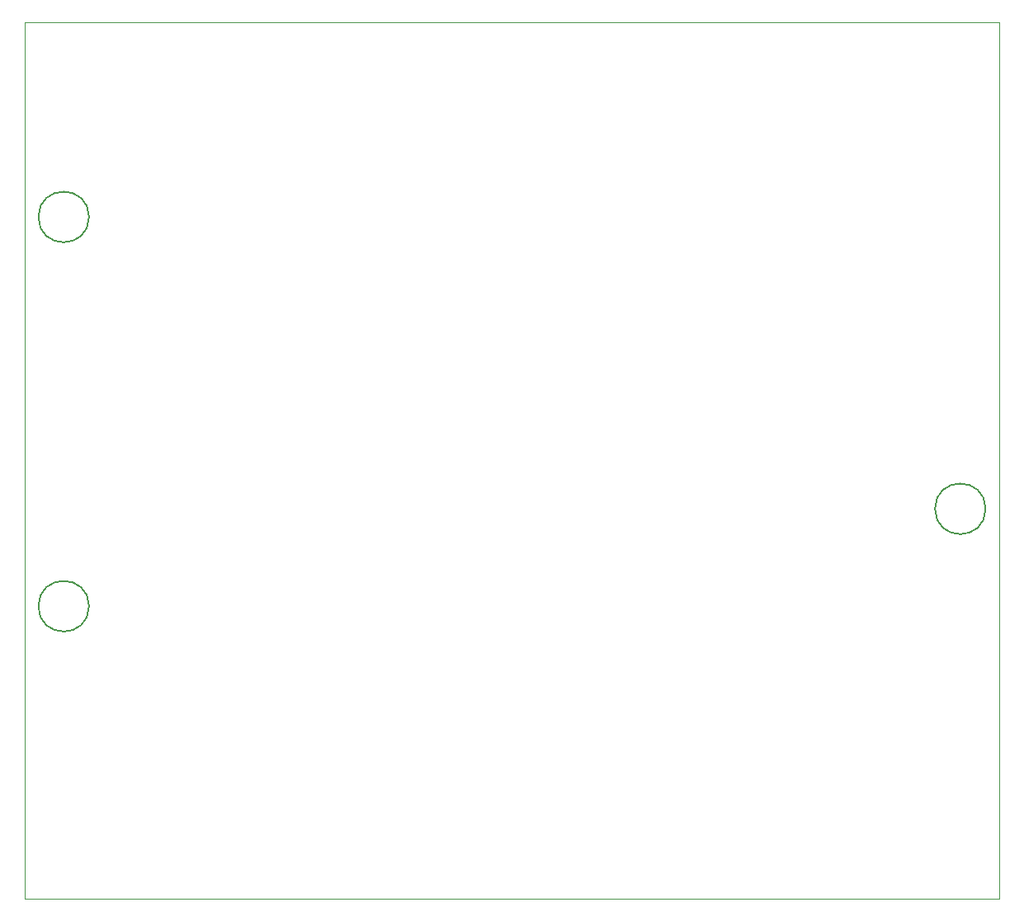
<source format=gbr>
%TF.GenerationSoftware,KiCad,Pcbnew,9.0.3*%
%TF.CreationDate,2025-08-30T18:16:35-03:00*%
%TF.ProjectId,HMI_LVDC-Inverter,484d495f-4c56-4444-932d-496e76657274,rev?*%
%TF.SameCoordinates,Original*%
%TF.FileFunction,Profile,NP*%
%FSLAX46Y46*%
G04 Gerber Fmt 4.6, Leading zero omitted, Abs format (unit mm)*
G04 Created by KiCad (PCBNEW 9.0.3) date 2025-08-30 18:16:35*
%MOMM*%
%LPD*%
G01*
G04 APERTURE LIST*
%TA.AperFunction,Profile*%
%ADD10C,0.200000*%
%TD*%
%TA.AperFunction,Profile*%
%ADD11C,0.050000*%
%TD*%
G04 APERTURE END LIST*
D10*
X97625000Y-99500000D02*
G75*
G02*
X92425000Y-99500000I-2600000J0D01*
G01*
X92425000Y-99500000D02*
G75*
G02*
X97625000Y-99500000I2600000J0D01*
G01*
D11*
X91017500Y-39547500D02*
X191017500Y-39547500D01*
X191017500Y-129547500D01*
X91017500Y-129547500D01*
X91017500Y-39547500D01*
D10*
X97625000Y-59530000D02*
G75*
G02*
X92425000Y-59530000I-2600000J0D01*
G01*
X92425000Y-59530000D02*
G75*
G02*
X97625000Y-59530000I2600000J0D01*
G01*
X189625000Y-89500000D02*
G75*
G02*
X184425000Y-89500000I-2600000J0D01*
G01*
X184425000Y-89500000D02*
G75*
G02*
X189625000Y-89500000I2600000J0D01*
G01*
M02*

</source>
